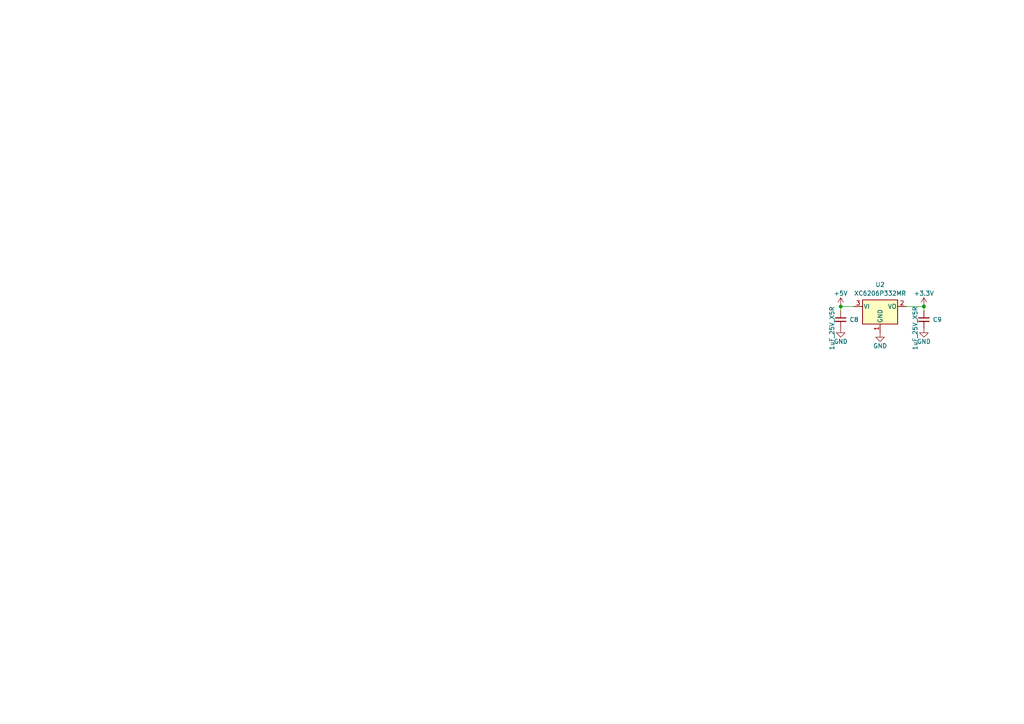
<source format=kicad_sch>
(kicad_sch (version 20250114) (generator "eeschema") (generator_version "9.0")
  (paper "A4")
  (lib_symbols
    (symbol "jlcpcb-basic-capacitor-0402:1uF,25V,X5R "
      (property "Reference" "C" (at 1.71 0.508 0))
      (property "Value" "1uF,25V,X5R" (at 1.71 -1.016 0))
      (symbol "1uF,25V,X5R _0_0"
        (polyline (pts (xy -1.524 0.508) (xy 1.524 0.508)) (stroke (width 0.3048)))
        (polyline (pts (xy -1.524 -0.508) (xy 1.524 -0.508)) (stroke (width 0.3048)))
        (pin passive line (at 0 2.54 270) (length 2.032) (name "~") (number "1"))
        (pin passive line (at 0 -2.54 90) (length 2.032) (name "~") (number "2"))
      )
    )
    (symbol "power:+3.3V" (power) (pin_names (offset 0))
      (property "Value" "+3.3V" (at 0 3.556 0))
      (symbol "+3.3V_0_1"
        (polyline (pts (xy -0.762 1.27) (xy 0 2.54)))
        (polyline (pts (xy 0 2.54) (xy 0.762 1.27)))
        (polyline (pts (xy 0 0) (xy 0 2.54)))
      )
      (symbol "+3.3V_1_1"
        (pin power_in line (at 0 0 90) (length 0) (hide yes) (name "+3.3V") (number "1"))
      )
    )
    (symbol "power:+5V" (power) (pin_names (offset 0))
      (property "Value" "+5V" (at 0 3.556 0))
      (symbol "+5V_0_1"
        (polyline (pts (xy -0.762 1.27) (xy 0 2.54)))
        (polyline (pts (xy 0 2.54) (xy 0.762 1.27)))
        (polyline (pts (xy 0 0) (xy 0 2.54)))
      )
      (symbol "+5V_1_1"
        (pin power_in line (at 0 0 90) (length 0) (hide yes) (name "+5V") (number "1"))
      )
    )
    (symbol "power:GND" (power) (pin_names (offset 0))
      (property "Value" "GND" (at 0 -3.81 0))
      (symbol "GND_0_1"
        (polyline (pts (xy 0 0) (xy 0 -1.27) (xy 1.27 -1.27) (xy 0 -2.54) (xy -1.27 -1.27) (xy 0 -1.27)))
      )
      (symbol "GND_1_1"
        (pin power_in line (at 0 0 270) (length 0) (hide yes) (name "GND") (number "1"))
      )
    )
    (symbol "tom-semiconductors:APE8865N-12-HF-3" (pin_names (offset 0.254))
      (property "Reference" "U" (at -3.81 3.175 0))
      (property "Value" "APE8865N-12-HF-3" (at 0 3.175 0))
      (symbol "APE8865N-12-HF-3_0_1"
        (rectangle (start -5.08 1.905) (end 5.08 -5.08) (stroke (width 0.254)) (fill (type background)))
      )
      (symbol "APE8865N-12-HF-3_1_1"
        (pin power_in line (at -7.62 0 0) (length 2.54) (name "VI") (number "3"))
        (pin power_in line (at 0 -7.62 90) (length 2.54) (name "GND") (number "1"))
        (pin power_out line (at 7.62 0 180) (length 2.54) (name "VO") (number "2"))
      )
    )
  )
  (junction (at 267.97 88.9))
  (junction (at 243.84 88.9))
  (wire (pts (xy 262.89 88.9) (xy 267.97 88.9)))
  (wire (pts (xy 267.97 88.9) (xy 267.97 90.17)))
  (wire (pts (xy 243.84 88.9) (xy 247.65 88.9)))
  (wire (pts (xy 243.84 88.9) (xy 243.84 90.17)))
  (symbol (lib_id "power:+3.3V") (at 267.97 88.9 0) (unit 1)
    (property "Reference" "#PWR025" (effects (hide yes)))
    (property "Value" "+3.3V" (at 267.97 85.09 0))
  )
  (symbol (lib_id "tom-semiconductors:APE8865N-12-HF-3") (at 255.27 88.9 0) (unit 1)
    (property "Reference" "U2" (at 255.27 82.55 0))
    (property "Value" "XC6206P332MR" (at 255.27 85.09 0))
    (property "Footprint" "tom-semiconductors:SOT-23" (effects (hide yes)))
    (property "Datasheet" "http://www.tme.eu/fr/Document/ced3461ed31ea70a3c416fb648e0cde7/APE8865-3.pdf" (effects (hide yes)))
    (property "LCSC" "XC6206" (effects (hide yes)))
  )
  (symbol (lib_id "jlcpcb-basic-capacitor-0402:1uF,25V,X5R ") (at 243.84 92.71 0) (unit 1)
    (property "Reference" "C8" (at 246.38 92.71 0) (effects (justify left)))
    (property "Value" "1uF_25V_X5R" (at 241.3 101.6 90) (effects (justify left)))
    (property "Footprint" "tom-passives:C_0402_1005Metric" (effects (hide yes)))
    (property "Datasheet" "https://datasheet.lcsc.com/lcsc/1811091611_Samsung-Electro-Mechanics-CL05A105KA5NQNC_C52923.pdf" (effects (hide yes)))
    (property "LCSC" "C52923" (effects (hide yes)))
    (property "MFG" "Samsung Electro-Mechanics" (effects (hide yes)))
    (property "MFGPN" "CL05A105KA5NQNC" (effects (hide yes)))
  )
  (symbol (lib_id "jlcpcb-basic-capacitor-0402:1uF,25V,X5R ") (at 267.97 92.71 0) (unit 1)
    (property "Reference" "C9" (at 270.51 92.71 0) (effects (justify left)))
    (property "Value" "1uF_25V_X5R" (at 265.43 101.6 90) (effects (justify left)))
    (property "Footprint" "tom-passives:C_0402_1005Metric" (effects (hide yes)))
    (property "Datasheet" "https://datasheet.lcsc.com/lcsc/1811091611_Samsung-Electro-Mechanics-CL05A105KA5NQNC_C52923.pdf" (effects (hide yes)))
    (property "LCSC" "C52923" (effects (hide yes)))
    (property "MFG" "Samsung Electro-Mechanics" (effects (hide yes)))
    (property "MFGPN" "CL05A105KA5NQNC" (effects (hide yes)))
  )
  (symbol (lib_id "power:+5V") (at 243.84 88.9 0) (unit 1)
    (property "Reference" "#PWR024" (effects (hide yes)))
    (property "Value" "+5V" (at 243.84 85.09 0))
  )
  (symbol (lib_id "power:GND") (at 267.97 95.25 0) (unit 1)
    (property "Reference" "#PWR028" (effects (hide yes)))
    (property "Value" "GND" (at 267.97 99.06 0))
  )
  (symbol (lib_id "power:GND") (at 243.84 95.25 0) (unit 1)
    (property "Reference" "#PWR027" (effects (hide yes)))
    (property "Value" "GND" (at 243.84 99.06 0))
  )
  (symbol (lib_id "power:GND") (at 255.27 96.52 0) (unit 1)
    (property "Reference" "#PWR026" (effects (hide yes)))
    (property "Value" "GND" (at 255.27 100.33 0))
  )
)
</source>
